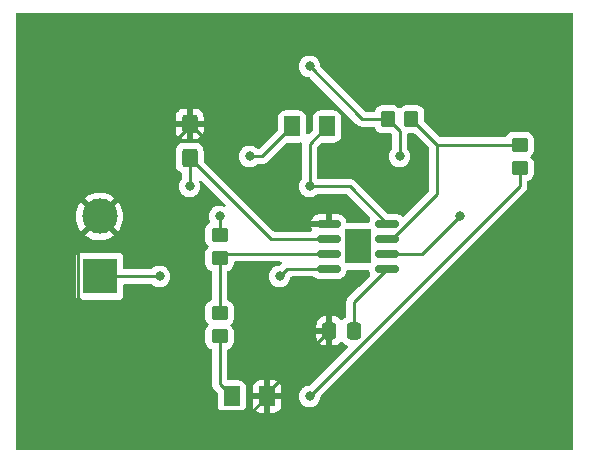
<source format=gbr>
%TF.GenerationSoftware,KiCad,Pcbnew,(6.0.10)*%
%TF.CreationDate,2023-02-17T12:01:16-08:00*%
%TF.ProjectId,lab5exercise2,6c616235-6578-4657-9263-697365322e6b,rev?*%
%TF.SameCoordinates,Original*%
%TF.FileFunction,Copper,L1,Top*%
%TF.FilePolarity,Positive*%
%FSLAX46Y46*%
G04 Gerber Fmt 4.6, Leading zero omitted, Abs format (unit mm)*
G04 Created by KiCad (PCBNEW (6.0.10)) date 2023-02-17 12:01:16*
%MOMM*%
%LPD*%
G01*
G04 APERTURE LIST*
G04 Aperture macros list*
%AMRoundRect*
0 Rectangle with rounded corners*
0 $1 Rounding radius*
0 $2 $3 $4 $5 $6 $7 $8 $9 X,Y pos of 4 corners*
0 Add a 4 corners polygon primitive as box body*
4,1,4,$2,$3,$4,$5,$6,$7,$8,$9,$2,$3,0*
0 Add four circle primitives for the rounded corners*
1,1,$1+$1,$2,$3*
1,1,$1+$1,$4,$5*
1,1,$1+$1,$6,$7*
1,1,$1+$1,$8,$9*
0 Add four rect primitives between the rounded corners*
20,1,$1+$1,$2,$3,$4,$5,0*
20,1,$1+$1,$4,$5,$6,$7,0*
20,1,$1+$1,$6,$7,$8,$9,0*
20,1,$1+$1,$8,$9,$2,$3,0*%
G04 Aperture macros list end*
%TA.AperFunction,SMDPad,CuDef*%
%ADD10RoundRect,0.250001X0.462499X0.624999X-0.462499X0.624999X-0.462499X-0.624999X0.462499X-0.624999X0*%
%TD*%
%TA.AperFunction,SMDPad,CuDef*%
%ADD11RoundRect,0.250000X-0.450000X0.350000X-0.450000X-0.350000X0.450000X-0.350000X0.450000X0.350000X0*%
%TD*%
%TA.AperFunction,SMDPad,CuDef*%
%ADD12RoundRect,0.250000X0.450000X-0.350000X0.450000X0.350000X-0.450000X0.350000X-0.450000X-0.350000X0*%
%TD*%
%TA.AperFunction,SMDPad,CuDef*%
%ADD13RoundRect,0.150000X-0.825000X-0.150000X0.825000X-0.150000X0.825000X0.150000X-0.825000X0.150000X0*%
%TD*%
%TA.AperFunction,SMDPad,CuDef*%
%ADD14R,2.290000X3.000000*%
%TD*%
%TA.AperFunction,SMDPad,CuDef*%
%ADD15RoundRect,0.250000X0.350000X0.450000X-0.350000X0.450000X-0.350000X-0.450000X0.350000X-0.450000X0*%
%TD*%
%TA.AperFunction,SMDPad,CuDef*%
%ADD16RoundRect,0.250000X0.425000X-0.537500X0.425000X0.537500X-0.425000X0.537500X-0.425000X-0.537500X0*%
%TD*%
%TA.AperFunction,SMDPad,CuDef*%
%ADD17RoundRect,0.250001X-0.462499X-0.624999X0.462499X-0.624999X0.462499X0.624999X-0.462499X0.624999X0*%
%TD*%
%TA.AperFunction,SMDPad,CuDef*%
%ADD18RoundRect,0.250000X0.337500X0.475000X-0.337500X0.475000X-0.337500X-0.475000X0.337500X-0.475000X0*%
%TD*%
%TA.AperFunction,ComponentPad*%
%ADD19R,3.000000X3.000000*%
%TD*%
%TA.AperFunction,ComponentPad*%
%ADD20C,3.000000*%
%TD*%
%TA.AperFunction,ViaPad*%
%ADD21C,0.800000*%
%TD*%
%TA.AperFunction,Conductor*%
%ADD22C,0.250000*%
%TD*%
G04 APERTURE END LIST*
D10*
%TO.P,D2,1,K*%
%TO.N,GND*%
X143727500Y-106680000D03*
%TO.P,D2,2,A*%
%TO.N,Net-(D2-Pad2)*%
X140752500Y-106680000D03*
%TD*%
D11*
%TO.P,R3,1*%
%TO.N,Net-(D1-Pad1)*%
X139700000Y-92980000D03*
%TO.P,R3,2*%
%TO.N,/pin_3*%
X139700000Y-94980000D03*
%TD*%
D12*
%TO.P,R1,1*%
%TO.N,+9V*%
X165100000Y-87360000D03*
%TO.P,R1,2*%
%TO.N,/pin_7*%
X165100000Y-85360000D03*
%TD*%
D13*
%TO.P,U1,1,GND*%
%TO.N,GND*%
X148937500Y-92075000D03*
%TO.P,U1,2,TR*%
%TO.N,/pin_2*%
X148937500Y-93345000D03*
%TO.P,U1,3,Q*%
%TO.N,/pin_3*%
X148937500Y-94615000D03*
%TO.P,U1,4,R*%
%TO.N,+9V*%
X148937500Y-95885000D03*
%TO.P,U1,5,CV*%
%TO.N,Net-(C2-Pad1)*%
X153887500Y-95885000D03*
%TO.P,U1,6,THR*%
%TO.N,/pin_2*%
X153887500Y-94615000D03*
%TO.P,U1,7,DIS*%
%TO.N,/pin_7*%
X153887500Y-93345000D03*
%TO.P,U1,8,VCC*%
%TO.N,+9V*%
X153887500Y-92075000D03*
D14*
%TO.P,U1,9*%
%TO.N,N/C*%
X151412500Y-93980000D03*
%TD*%
D15*
%TO.P,R2,1*%
%TO.N,/pin_7*%
X155940000Y-83195000D03*
%TO.P,R2,2*%
%TO.N,/pin_2*%
X153940000Y-83195000D03*
%TD*%
D16*
%TO.P,C1,1*%
%TO.N,/pin_2*%
X137165000Y-86475000D03*
%TO.P,C1,2*%
%TO.N,GND*%
X137165000Y-83600000D03*
%TD*%
D17*
%TO.P,D1,1,K*%
%TO.N,Net-(D1-Pad1)*%
X145832500Y-83820000D03*
%TO.P,D1,2,A*%
%TO.N,+9V*%
X148807500Y-83820000D03*
%TD*%
D11*
%TO.P,R4,1*%
%TO.N,/pin_3*%
X139700000Y-99600000D03*
%TO.P,R4,2*%
%TO.N,Net-(D2-Pad2)*%
X139700000Y-101600000D03*
%TD*%
D18*
%TO.P,C2,1*%
%TO.N,Net-(C2-Pad1)*%
X151077500Y-101122504D03*
%TO.P,C2,2*%
%TO.N,GND*%
X149002500Y-101122504D03*
%TD*%
D19*
%TO.P,J1,1,Pin_1*%
%TO.N,+9V*%
X129540000Y-96520000D03*
D20*
%TO.P,J1,2,Pin_2*%
%TO.N,GND*%
X129540000Y-91440000D03*
%TD*%
D21*
%TO.N,/pin_2*%
X147320000Y-78740000D03*
X154940000Y-86360000D03*
X160020000Y-91440000D03*
X137160000Y-88900000D03*
%TO.N,Net-(D1-Pad1)*%
X142240000Y-86360000D03*
X139700000Y-91440000D03*
%TO.N,+9V*%
X147320000Y-106680000D03*
X147320000Y-88900000D03*
X134620000Y-96520000D03*
X144780000Y-96520000D03*
%TD*%
D22*
%TO.N,/pin_2*%
X151775000Y-83195000D02*
X147320000Y-78740000D01*
X156845000Y-94615000D02*
X160020000Y-91440000D01*
X144035000Y-93345000D02*
X137165000Y-86475000D01*
X153940000Y-83195000D02*
X154940000Y-84195000D01*
X153887500Y-94615000D02*
X156845000Y-94615000D01*
X137160000Y-86480000D02*
X137160000Y-88900000D01*
X137165000Y-86475000D02*
X137160000Y-86480000D01*
X148937500Y-93345000D02*
X144035000Y-93345000D01*
X154940000Y-84195000D02*
X154940000Y-86360000D01*
X153940000Y-83195000D02*
X151775000Y-83195000D01*
%TO.N,GND*%
X143727500Y-106680000D02*
X143727500Y-106397504D01*
X137165000Y-83815000D02*
X129540000Y-91440000D01*
X143727500Y-106397504D02*
X149002500Y-101122504D01*
X127715000Y-93265000D02*
X129540000Y-91440000D01*
X148937500Y-92075000D02*
X145640000Y-92075000D01*
X145640000Y-92075000D02*
X137165000Y-83600000D01*
X127715000Y-98345000D02*
X127715000Y-93265000D01*
X137165000Y-83600000D02*
X137165000Y-83815000D01*
X142527500Y-107880000D02*
X137250000Y-107880000D01*
X143727500Y-106680000D02*
X142527500Y-107880000D01*
X137250000Y-107880000D02*
X127715000Y-98345000D01*
%TO.N,Net-(C2-Pad1)*%
X151077500Y-101122504D02*
X151077500Y-98695000D01*
X151077500Y-98695000D02*
X153887500Y-95885000D01*
%TO.N,Net-(D1-Pad1)*%
X139700000Y-92980000D02*
X139700000Y-91440000D01*
X143292500Y-86360000D02*
X142240000Y-86360000D01*
X145832500Y-83820000D02*
X143292500Y-86360000D01*
%TO.N,+9V*%
X165100000Y-87360000D02*
X165100000Y-88900000D01*
X150712500Y-88900000D02*
X147320000Y-88900000D01*
X145415000Y-95885000D02*
X144780000Y-96520000D01*
X148937500Y-95885000D02*
X145415000Y-95885000D01*
X134620000Y-96520000D02*
X129540000Y-96520000D01*
X148807500Y-83820000D02*
X147320000Y-85307500D01*
X153887500Y-92075000D02*
X150712500Y-88900000D01*
X147320000Y-85307500D02*
X147320000Y-88900000D01*
X165100000Y-88900000D02*
X147320000Y-106680000D01*
%TO.N,Net-(D2-Pad2)*%
X140752500Y-106680000D02*
X139700000Y-105627500D01*
X139700000Y-105627500D02*
X139700000Y-101600000D01*
%TO.N,/pin_7*%
X158105000Y-85360000D02*
X158105000Y-89504251D01*
X158105000Y-85360000D02*
X155940000Y-83195000D01*
X165100000Y-85360000D02*
X158105000Y-85360000D01*
X158105000Y-89504251D02*
X154264251Y-93345000D01*
X154264251Y-93345000D02*
X153887500Y-93345000D01*
%TO.N,/pin_3*%
X139700000Y-99600000D02*
X139700000Y-94980000D01*
X140065000Y-94615000D02*
X148937500Y-94615000D01*
X139700000Y-94980000D02*
X140065000Y-94615000D01*
%TD*%
%TA.AperFunction,Conductor*%
%TO.N,GND*%
G36*
X169613621Y-74188502D02*
G01*
X169660114Y-74242158D01*
X169671500Y-74294500D01*
X169671500Y-111125500D01*
X169651498Y-111193621D01*
X169597842Y-111240114D01*
X169545500Y-111251500D01*
X122554500Y-111251500D01*
X122486379Y-111231498D01*
X122439886Y-111177842D01*
X122428500Y-111125500D01*
X122428500Y-98068134D01*
X127531500Y-98068134D01*
X127538255Y-98130316D01*
X127589385Y-98266705D01*
X127676739Y-98383261D01*
X127793295Y-98470615D01*
X127929684Y-98521745D01*
X127991866Y-98528500D01*
X131088134Y-98528500D01*
X131150316Y-98521745D01*
X131286705Y-98470615D01*
X131403261Y-98383261D01*
X131490615Y-98266705D01*
X131541745Y-98130316D01*
X131548500Y-98068134D01*
X131548500Y-97279500D01*
X131568502Y-97211379D01*
X131622158Y-97164886D01*
X131674500Y-97153500D01*
X133911800Y-97153500D01*
X133979921Y-97173502D01*
X133999147Y-97189843D01*
X133999420Y-97189540D01*
X134004332Y-97193963D01*
X134008747Y-97198866D01*
X134163248Y-97311118D01*
X134169276Y-97313802D01*
X134169278Y-97313803D01*
X134331681Y-97386109D01*
X134337712Y-97388794D01*
X134431112Y-97408647D01*
X134518056Y-97427128D01*
X134518061Y-97427128D01*
X134524513Y-97428500D01*
X134715487Y-97428500D01*
X134721939Y-97427128D01*
X134721944Y-97427128D01*
X134808888Y-97408647D01*
X134902288Y-97388794D01*
X134908319Y-97386109D01*
X135070722Y-97313803D01*
X135070724Y-97313802D01*
X135076752Y-97311118D01*
X135231253Y-97198866D01*
X135359040Y-97056944D01*
X135454527Y-96891556D01*
X135513542Y-96709928D01*
X135515525Y-96691067D01*
X135532814Y-96526565D01*
X135533504Y-96520000D01*
X135513542Y-96330072D01*
X135454527Y-96148444D01*
X135426000Y-96099033D01*
X135415065Y-96080094D01*
X135359040Y-95983056D01*
X135310643Y-95929305D01*
X135235675Y-95846045D01*
X135235674Y-95846044D01*
X135231253Y-95841134D01*
X135076752Y-95728882D01*
X135070724Y-95726198D01*
X135070722Y-95726197D01*
X134908319Y-95653891D01*
X134908318Y-95653891D01*
X134902288Y-95651206D01*
X134778962Y-95624992D01*
X134721944Y-95612872D01*
X134721939Y-95612872D01*
X134715487Y-95611500D01*
X134524513Y-95611500D01*
X134518061Y-95612872D01*
X134518056Y-95612872D01*
X134461038Y-95624992D01*
X134337712Y-95651206D01*
X134331682Y-95653891D01*
X134331681Y-95653891D01*
X134169278Y-95726197D01*
X134169276Y-95726198D01*
X134163248Y-95728882D01*
X134008747Y-95841134D01*
X134004332Y-95846037D01*
X133999420Y-95850460D01*
X133998295Y-95849211D01*
X133944986Y-95882051D01*
X133911800Y-95886500D01*
X131674500Y-95886500D01*
X131606379Y-95866498D01*
X131559886Y-95812842D01*
X131548500Y-95760500D01*
X131548500Y-94971866D01*
X131541745Y-94909684D01*
X131490615Y-94773295D01*
X131403261Y-94656739D01*
X131286705Y-94569385D01*
X131150316Y-94518255D01*
X131088134Y-94511500D01*
X127991866Y-94511500D01*
X127929684Y-94518255D01*
X127793295Y-94569385D01*
X127676739Y-94656739D01*
X127589385Y-94773295D01*
X127538255Y-94909684D01*
X127531500Y-94971866D01*
X127531500Y-98068134D01*
X122428500Y-98068134D01*
X122428500Y-93029654D01*
X128315618Y-93029654D01*
X128322673Y-93039627D01*
X128353679Y-93065551D01*
X128360598Y-93070579D01*
X128585272Y-93211515D01*
X128592807Y-93215556D01*
X128834520Y-93324694D01*
X128842551Y-93327680D01*
X129096832Y-93403002D01*
X129105184Y-93404869D01*
X129367340Y-93444984D01*
X129375874Y-93445700D01*
X129641045Y-93449867D01*
X129649596Y-93449418D01*
X129912883Y-93417557D01*
X129921284Y-93415955D01*
X130177824Y-93348653D01*
X130185926Y-93345926D01*
X130430949Y-93244434D01*
X130438617Y-93240628D01*
X130667598Y-93106822D01*
X130674679Y-93102009D01*
X130754655Y-93039301D01*
X130763125Y-93027442D01*
X130756608Y-93015818D01*
X129552812Y-91812022D01*
X129538868Y-91804408D01*
X129537035Y-91804539D01*
X129530420Y-91808790D01*
X128322910Y-93016300D01*
X128315618Y-93029654D01*
X122428500Y-93029654D01*
X122428500Y-91423204D01*
X127527665Y-91423204D01*
X127542932Y-91687969D01*
X127544005Y-91696470D01*
X127595065Y-91956722D01*
X127597276Y-91964974D01*
X127683184Y-92215894D01*
X127686499Y-92223779D01*
X127805664Y-92460713D01*
X127810020Y-92468079D01*
X127939347Y-92656250D01*
X127949601Y-92664594D01*
X127963342Y-92657448D01*
X129167978Y-91452812D01*
X129174356Y-91441132D01*
X129904408Y-91441132D01*
X129904539Y-91442965D01*
X129908790Y-91449580D01*
X131115730Y-92656520D01*
X131127939Y-92663187D01*
X131139439Y-92654497D01*
X131236831Y-92521913D01*
X131241418Y-92514685D01*
X131367962Y-92281621D01*
X131371530Y-92273827D01*
X131465271Y-92025750D01*
X131467748Y-92017544D01*
X131526954Y-91759038D01*
X131528294Y-91750577D01*
X131552031Y-91484616D01*
X131552277Y-91479677D01*
X131552666Y-91442485D01*
X131552523Y-91437519D01*
X131534362Y-91171123D01*
X131533201Y-91162649D01*
X131479419Y-90902944D01*
X131477120Y-90894709D01*
X131388588Y-90644705D01*
X131385191Y-90636854D01*
X131263550Y-90401178D01*
X131259122Y-90393866D01*
X131140031Y-90224417D01*
X131129509Y-90216037D01*
X131116121Y-90223089D01*
X129912022Y-91427188D01*
X129904408Y-91441132D01*
X129174356Y-91441132D01*
X129175592Y-91438868D01*
X129175461Y-91437035D01*
X129171210Y-91430420D01*
X127963814Y-90223024D01*
X127951804Y-90216466D01*
X127940064Y-90225434D01*
X127831935Y-90375911D01*
X127827418Y-90383196D01*
X127703325Y-90617567D01*
X127699839Y-90625395D01*
X127608700Y-90874446D01*
X127606311Y-90882670D01*
X127549812Y-91141795D01*
X127548563Y-91150250D01*
X127527754Y-91414653D01*
X127527665Y-91423204D01*
X122428500Y-91423204D01*
X122428500Y-89852500D01*
X128316584Y-89852500D01*
X128322980Y-89863770D01*
X129527188Y-91067978D01*
X129541132Y-91075592D01*
X129542965Y-91075461D01*
X129549580Y-91071210D01*
X130756604Y-89864186D01*
X130763795Y-89851017D01*
X130756473Y-89840780D01*
X130709233Y-89802115D01*
X130702261Y-89797160D01*
X130476122Y-89658582D01*
X130468552Y-89654624D01*
X130225704Y-89548022D01*
X130217644Y-89545120D01*
X129962592Y-89472467D01*
X129954214Y-89470685D01*
X129691656Y-89433318D01*
X129683111Y-89432691D01*
X129417908Y-89431302D01*
X129409374Y-89431839D01*
X129146433Y-89466456D01*
X129138035Y-89468149D01*
X128882238Y-89538127D01*
X128874143Y-89540946D01*
X128630199Y-89644997D01*
X128622577Y-89648881D01*
X128395013Y-89785075D01*
X128387981Y-89789962D01*
X128325053Y-89840377D01*
X128316584Y-89852500D01*
X122428500Y-89852500D01*
X122428500Y-87062900D01*
X135981500Y-87062900D01*
X135981837Y-87066146D01*
X135981837Y-87066150D01*
X135990932Y-87153803D01*
X135992474Y-87168666D01*
X135994655Y-87175202D01*
X135994655Y-87175204D01*
X136012534Y-87228794D01*
X136048450Y-87336446D01*
X136141522Y-87486848D01*
X136266697Y-87611805D01*
X136417262Y-87704615D01*
X136424210Y-87706919D01*
X136424211Y-87706920D01*
X136440166Y-87712212D01*
X136498526Y-87752642D01*
X136525764Y-87818206D01*
X136526500Y-87831805D01*
X136526500Y-88197476D01*
X136506498Y-88265597D01*
X136494142Y-88281779D01*
X136420960Y-88363056D01*
X136325473Y-88528444D01*
X136266458Y-88710072D01*
X136246496Y-88900000D01*
X136247186Y-88906565D01*
X136265220Y-89078145D01*
X136266458Y-89089928D01*
X136325473Y-89271556D01*
X136420960Y-89436944D01*
X136548747Y-89578866D01*
X136566772Y-89591962D01*
X136653019Y-89654624D01*
X136703248Y-89691118D01*
X136709276Y-89693802D01*
X136709278Y-89693803D01*
X136871681Y-89766109D01*
X136877712Y-89768794D01*
X136954308Y-89785075D01*
X137058056Y-89807128D01*
X137058061Y-89807128D01*
X137064513Y-89808500D01*
X137255487Y-89808500D01*
X137261939Y-89807128D01*
X137261944Y-89807128D01*
X137365692Y-89785075D01*
X137442288Y-89768794D01*
X137448319Y-89766109D01*
X137610722Y-89693803D01*
X137610724Y-89693802D01*
X137616752Y-89691118D01*
X137666982Y-89654624D01*
X137753228Y-89591962D01*
X137771253Y-89578866D01*
X137899040Y-89436944D01*
X137994527Y-89271556D01*
X138053542Y-89089928D01*
X138054781Y-89078145D01*
X138072814Y-88906565D01*
X138073504Y-88900000D01*
X138053542Y-88710072D01*
X137998833Y-88541696D01*
X137996805Y-88470729D01*
X138033468Y-88409931D01*
X138097180Y-88378605D01*
X138167714Y-88386698D01*
X138207761Y-88413665D01*
X140191972Y-90397876D01*
X140225998Y-90460188D01*
X140220933Y-90531003D01*
X140178386Y-90587839D01*
X140111866Y-90612650D01*
X140051628Y-90602078D01*
X139988319Y-90573891D01*
X139988318Y-90573891D01*
X139982288Y-90571206D01*
X139888887Y-90551353D01*
X139801944Y-90532872D01*
X139801939Y-90532872D01*
X139795487Y-90531500D01*
X139604513Y-90531500D01*
X139598061Y-90532872D01*
X139598056Y-90532872D01*
X139511113Y-90551353D01*
X139417712Y-90571206D01*
X139411682Y-90573891D01*
X139411681Y-90573891D01*
X139249278Y-90646197D01*
X139249276Y-90646198D01*
X139243248Y-90648882D01*
X139088747Y-90761134D01*
X139084326Y-90766044D01*
X139084325Y-90766045D01*
X138968476Y-90894709D01*
X138960960Y-90903056D01*
X138865473Y-91068444D01*
X138806458Y-91250072D01*
X138805768Y-91256633D01*
X138805768Y-91256635D01*
X138804062Y-91272865D01*
X138786496Y-91440000D01*
X138806458Y-91629928D01*
X138865473Y-91811556D01*
X138874292Y-91826832D01*
X138891031Y-91895825D01*
X138867812Y-91962917D01*
X138831479Y-91996975D01*
X138775652Y-92031522D01*
X138650695Y-92156697D01*
X138646855Y-92162927D01*
X138646854Y-92162928D01*
X138572628Y-92283345D01*
X138557885Y-92307262D01*
X138544662Y-92347128D01*
X138504545Y-92468079D01*
X138502203Y-92475139D01*
X138491500Y-92579600D01*
X138491500Y-93380400D01*
X138491837Y-93383646D01*
X138491837Y-93383650D01*
X138498708Y-93449867D01*
X138502474Y-93486166D01*
X138504655Y-93492702D01*
X138504655Y-93492704D01*
X138537924Y-93592421D01*
X138558450Y-93653946D01*
X138651522Y-93804348D01*
X138656704Y-93809521D01*
X138738109Y-93890784D01*
X138772188Y-93953066D01*
X138767185Y-94023886D01*
X138738264Y-94068975D01*
X138650695Y-94156697D01*
X138557885Y-94307262D01*
X138502203Y-94475139D01*
X138491500Y-94579600D01*
X138491500Y-95380400D01*
X138491837Y-95383646D01*
X138491837Y-95383650D01*
X138501732Y-95479012D01*
X138502474Y-95486166D01*
X138558450Y-95653946D01*
X138651522Y-95804348D01*
X138776697Y-95929305D01*
X138782927Y-95933145D01*
X138782928Y-95933146D01*
X138905178Y-96008502D01*
X138927262Y-96022115D01*
X138975977Y-96038273D01*
X138980168Y-96039663D01*
X139038527Y-96080094D01*
X139065764Y-96145658D01*
X139066500Y-96159256D01*
X139066500Y-98420803D01*
X139046498Y-98488924D01*
X138992842Y-98535417D01*
X138980377Y-98540326D01*
X138932998Y-98556133D01*
X138932996Y-98556134D01*
X138926054Y-98558450D01*
X138775652Y-98651522D01*
X138650695Y-98776697D01*
X138557885Y-98927262D01*
X138502203Y-99095139D01*
X138491500Y-99199600D01*
X138491500Y-100000400D01*
X138502474Y-100106166D01*
X138504655Y-100112702D01*
X138504655Y-100112704D01*
X138527355Y-100180744D01*
X138558450Y-100273946D01*
X138651522Y-100424348D01*
X138712080Y-100484800D01*
X138738109Y-100510784D01*
X138772188Y-100573066D01*
X138767185Y-100643886D01*
X138738264Y-100688975D01*
X138725348Y-100701914D01*
X138650695Y-100776697D01*
X138646855Y-100782927D01*
X138646854Y-100782928D01*
X138596863Y-100864029D01*
X138557885Y-100927262D01*
X138502203Y-101095139D01*
X138491500Y-101199600D01*
X138491500Y-102000400D01*
X138491837Y-102003646D01*
X138491837Y-102003650D01*
X138498914Y-102071852D01*
X138502474Y-102106166D01*
X138558450Y-102273946D01*
X138651522Y-102424348D01*
X138776697Y-102549305D01*
X138927262Y-102642115D01*
X138980168Y-102659663D01*
X139038527Y-102700094D01*
X139065764Y-102765658D01*
X139066500Y-102779256D01*
X139066500Y-105548733D01*
X139065973Y-105559916D01*
X139064298Y-105567409D01*
X139064547Y-105575335D01*
X139064547Y-105575336D01*
X139066438Y-105635486D01*
X139066500Y-105639445D01*
X139066500Y-105667356D01*
X139066997Y-105671290D01*
X139066997Y-105671291D01*
X139067005Y-105671356D01*
X139067938Y-105683193D01*
X139069327Y-105727389D01*
X139074978Y-105746839D01*
X139078987Y-105766200D01*
X139081526Y-105786297D01*
X139084445Y-105793668D01*
X139084445Y-105793670D01*
X139097804Y-105827412D01*
X139101649Y-105838642D01*
X139113982Y-105881093D01*
X139118015Y-105887912D01*
X139118017Y-105887917D01*
X139124293Y-105898528D01*
X139132988Y-105916276D01*
X139140448Y-105935117D01*
X139145110Y-105941533D01*
X139145110Y-105941534D01*
X139166436Y-105970887D01*
X139172952Y-105980807D01*
X139188955Y-106007866D01*
X139195458Y-106018862D01*
X139209779Y-106033183D01*
X139222619Y-106048216D01*
X139234528Y-106064607D01*
X139240634Y-106069658D01*
X139268605Y-106092798D01*
X139277384Y-106100788D01*
X139494595Y-106317999D01*
X139528621Y-106380311D01*
X139531500Y-106407094D01*
X139531500Y-107355400D01*
X139531837Y-107358646D01*
X139531837Y-107358650D01*
X139541752Y-107454203D01*
X139542474Y-107461165D01*
X139544655Y-107467701D01*
X139544655Y-107467703D01*
X139546690Y-107473803D01*
X139598450Y-107628945D01*
X139691522Y-107779348D01*
X139816697Y-107904305D01*
X139822927Y-107908145D01*
X139822928Y-107908146D01*
X139960090Y-107992694D01*
X139967262Y-107997115D01*
X140047005Y-108023564D01*
X140128611Y-108050632D01*
X140128613Y-108050632D01*
X140135139Y-108052797D01*
X140141975Y-108053497D01*
X140141978Y-108053498D01*
X140185031Y-108057909D01*
X140239600Y-108063500D01*
X141265400Y-108063500D01*
X141268646Y-108063163D01*
X141268650Y-108063163D01*
X141364307Y-108053238D01*
X141364311Y-108053237D01*
X141371165Y-108052526D01*
X141377701Y-108050345D01*
X141377703Y-108050345D01*
X141509805Y-108006272D01*
X141538945Y-107996550D01*
X141689348Y-107903478D01*
X141814305Y-107778303D01*
X141907115Y-107627738D01*
X141960196Y-107467703D01*
X141960632Y-107466389D01*
X141960632Y-107466387D01*
X141962797Y-107459861D01*
X141963509Y-107452919D01*
X141973172Y-107358598D01*
X141973500Y-107355400D01*
X141973500Y-107352096D01*
X142507000Y-107352096D01*
X142507337Y-107358611D01*
X142517256Y-107454203D01*
X142520150Y-107467602D01*
X142571588Y-107621783D01*
X142577762Y-107634962D01*
X142663063Y-107772807D01*
X142672099Y-107784208D01*
X142786830Y-107898739D01*
X142798241Y-107907751D01*
X142936245Y-107992818D01*
X142949423Y-107998962D01*
X143103716Y-108050139D01*
X143117081Y-108053005D01*
X143211439Y-108062672D01*
X143217855Y-108063000D01*
X143455385Y-108063000D01*
X143470624Y-108058525D01*
X143471829Y-108057135D01*
X143473500Y-108049452D01*
X143473500Y-108044885D01*
X143981500Y-108044885D01*
X143985975Y-108060124D01*
X143987365Y-108061329D01*
X143995048Y-108063000D01*
X144237096Y-108063000D01*
X144243611Y-108062663D01*
X144339203Y-108052744D01*
X144352602Y-108049850D01*
X144506783Y-107998412D01*
X144519962Y-107992238D01*
X144657807Y-107906937D01*
X144669208Y-107897901D01*
X144783739Y-107783170D01*
X144792751Y-107771759D01*
X144877818Y-107633755D01*
X144883962Y-107620577D01*
X144935139Y-107466284D01*
X144938005Y-107452919D01*
X144947672Y-107358561D01*
X144948000Y-107352145D01*
X144948000Y-106952115D01*
X144943525Y-106936876D01*
X144942135Y-106935671D01*
X144934452Y-106934000D01*
X143999615Y-106934000D01*
X143984376Y-106938475D01*
X143983171Y-106939865D01*
X143981500Y-106947548D01*
X143981500Y-108044885D01*
X143473500Y-108044885D01*
X143473500Y-106952115D01*
X143469025Y-106936876D01*
X143467635Y-106935671D01*
X143459952Y-106934000D01*
X142525115Y-106934000D01*
X142509876Y-106938475D01*
X142508671Y-106939865D01*
X142507000Y-106947548D01*
X142507000Y-107352096D01*
X141973500Y-107352096D01*
X141973500Y-106407885D01*
X142507000Y-106407885D01*
X142511475Y-106423124D01*
X142512865Y-106424329D01*
X142520548Y-106426000D01*
X143455385Y-106426000D01*
X143470624Y-106421525D01*
X143471829Y-106420135D01*
X143473500Y-106412452D01*
X143473500Y-106407885D01*
X143981500Y-106407885D01*
X143985975Y-106423124D01*
X143987365Y-106424329D01*
X143995048Y-106426000D01*
X144929885Y-106426000D01*
X144945124Y-106421525D01*
X144946329Y-106420135D01*
X144948000Y-106412452D01*
X144948000Y-106007904D01*
X144947663Y-106001389D01*
X144937744Y-105905797D01*
X144934850Y-105892398D01*
X144883412Y-105738217D01*
X144877238Y-105725038D01*
X144791937Y-105587193D01*
X144782901Y-105575792D01*
X144668170Y-105461261D01*
X144656759Y-105452249D01*
X144518755Y-105367182D01*
X144505577Y-105361038D01*
X144351284Y-105309861D01*
X144337919Y-105306995D01*
X144243561Y-105297328D01*
X144237144Y-105297000D01*
X143999615Y-105297000D01*
X143984376Y-105301475D01*
X143983171Y-105302865D01*
X143981500Y-105310548D01*
X143981500Y-106407885D01*
X143473500Y-106407885D01*
X143473500Y-105315115D01*
X143469025Y-105299876D01*
X143467635Y-105298671D01*
X143459952Y-105297000D01*
X143217904Y-105297000D01*
X143211389Y-105297337D01*
X143115797Y-105307256D01*
X143102398Y-105310150D01*
X142948217Y-105361588D01*
X142935038Y-105367762D01*
X142797193Y-105453063D01*
X142785792Y-105462099D01*
X142671261Y-105576830D01*
X142662249Y-105588241D01*
X142577182Y-105726245D01*
X142571038Y-105739423D01*
X142519861Y-105893716D01*
X142516995Y-105907081D01*
X142507328Y-106001439D01*
X142507000Y-106007856D01*
X142507000Y-106407885D01*
X141973500Y-106407885D01*
X141973500Y-106004600D01*
X141973163Y-106001350D01*
X141963238Y-105905693D01*
X141963237Y-105905689D01*
X141962526Y-105898835D01*
X141959206Y-105888882D01*
X141908868Y-105738003D01*
X141906550Y-105731055D01*
X141813478Y-105580652D01*
X141688303Y-105455695D01*
X141537738Y-105362885D01*
X141457995Y-105336436D01*
X141376389Y-105309368D01*
X141376387Y-105309368D01*
X141369861Y-105307203D01*
X141363025Y-105306503D01*
X141363022Y-105306502D01*
X141319969Y-105302091D01*
X141265400Y-105296500D01*
X140459500Y-105296500D01*
X140391379Y-105276498D01*
X140344886Y-105222842D01*
X140333500Y-105170500D01*
X140333500Y-102779197D01*
X140353502Y-102711076D01*
X140407158Y-102664583D01*
X140419623Y-102659674D01*
X140467002Y-102643867D01*
X140467004Y-102643866D01*
X140473946Y-102641550D01*
X140624348Y-102548478D01*
X140749305Y-102423303D01*
X140791299Y-102355176D01*
X140838275Y-102278968D01*
X140838276Y-102278966D01*
X140842115Y-102272738D01*
X140897797Y-102104861D01*
X140908500Y-102000400D01*
X140908500Y-101644599D01*
X147907001Y-101644599D01*
X147907338Y-101651118D01*
X147917257Y-101746710D01*
X147920149Y-101760104D01*
X147971588Y-101914288D01*
X147977761Y-101927466D01*
X148063063Y-102065311D01*
X148072099Y-102076712D01*
X148186829Y-102191243D01*
X148198240Y-102200255D01*
X148336243Y-102285320D01*
X148349424Y-102291467D01*
X148503710Y-102342642D01*
X148517086Y-102345509D01*
X148611438Y-102355176D01*
X148617854Y-102355504D01*
X148730385Y-102355504D01*
X148745624Y-102351029D01*
X148746829Y-102349639D01*
X148748500Y-102341956D01*
X148748500Y-101394619D01*
X148744025Y-101379380D01*
X148742635Y-101378175D01*
X148734952Y-101376504D01*
X147925116Y-101376504D01*
X147909877Y-101380979D01*
X147908672Y-101382369D01*
X147907001Y-101390052D01*
X147907001Y-101644599D01*
X140908500Y-101644599D01*
X140908500Y-101199600D01*
X140897526Y-101093834D01*
X140841550Y-100926054D01*
X140794727Y-100850389D01*
X147907000Y-100850389D01*
X147911475Y-100865628D01*
X147912865Y-100866833D01*
X147920548Y-100868504D01*
X148730385Y-100868504D01*
X148745624Y-100864029D01*
X148746829Y-100862639D01*
X148748500Y-100854956D01*
X148748500Y-99907620D01*
X148744025Y-99892381D01*
X148742635Y-99891176D01*
X148734952Y-99889505D01*
X148617905Y-99889505D01*
X148611386Y-99889842D01*
X148515794Y-99899761D01*
X148502400Y-99902653D01*
X148348216Y-99954092D01*
X148335038Y-99960265D01*
X148197193Y-100045567D01*
X148185792Y-100054603D01*
X148071261Y-100169333D01*
X148062249Y-100180744D01*
X147977184Y-100318747D01*
X147971037Y-100331928D01*
X147919862Y-100486214D01*
X147916995Y-100499590D01*
X147907328Y-100593942D01*
X147907000Y-100600359D01*
X147907000Y-100850389D01*
X140794727Y-100850389D01*
X140748478Y-100775652D01*
X140661891Y-100689216D01*
X140627812Y-100626934D01*
X140632815Y-100556114D01*
X140661736Y-100511025D01*
X140744134Y-100428483D01*
X140749305Y-100423303D01*
X140806506Y-100330506D01*
X140838275Y-100278968D01*
X140838276Y-100278966D01*
X140842115Y-100272738D01*
X140876756Y-100168297D01*
X140895632Y-100111389D01*
X140895632Y-100111387D01*
X140897797Y-100104861D01*
X140908500Y-100000400D01*
X140908500Y-99199600D01*
X140897526Y-99093834D01*
X140841550Y-98926054D01*
X140748478Y-98775652D01*
X140623303Y-98650695D01*
X140617072Y-98646854D01*
X140478968Y-98561725D01*
X140478966Y-98561724D01*
X140472738Y-98557885D01*
X140419832Y-98540337D01*
X140361473Y-98499906D01*
X140334236Y-98434342D01*
X140333500Y-98420744D01*
X140333500Y-96159197D01*
X140353502Y-96091076D01*
X140407158Y-96044583D01*
X140419623Y-96039674D01*
X140467002Y-96023867D01*
X140467004Y-96023866D01*
X140473946Y-96021550D01*
X140624348Y-95928478D01*
X140749305Y-95803303D01*
X140830878Y-95670968D01*
X140838275Y-95658968D01*
X140838276Y-95658966D01*
X140842115Y-95652738D01*
X140897797Y-95484861D01*
X140899177Y-95471399D01*
X140908172Y-95383598D01*
X140908500Y-95380400D01*
X140908500Y-95374500D01*
X140928502Y-95306379D01*
X140982158Y-95259886D01*
X141034500Y-95248500D01*
X144851406Y-95248500D01*
X144919527Y-95268502D01*
X144966020Y-95322158D01*
X144976124Y-95392432D01*
X144946630Y-95457012D01*
X144940501Y-95463595D01*
X144829501Y-95574595D01*
X144767189Y-95608621D01*
X144740406Y-95611500D01*
X144684513Y-95611500D01*
X144678061Y-95612872D01*
X144678056Y-95612872D01*
X144621038Y-95624992D01*
X144497712Y-95651206D01*
X144491682Y-95653891D01*
X144491681Y-95653891D01*
X144329278Y-95726197D01*
X144329276Y-95726198D01*
X144323248Y-95728882D01*
X144168747Y-95841134D01*
X144164326Y-95846044D01*
X144164325Y-95846045D01*
X144089358Y-95929305D01*
X144040960Y-95983056D01*
X143984935Y-96080094D01*
X143974001Y-96099033D01*
X143945473Y-96148444D01*
X143886458Y-96330072D01*
X143866496Y-96520000D01*
X143867186Y-96526565D01*
X143884476Y-96691067D01*
X143886458Y-96709928D01*
X143945473Y-96891556D01*
X144040960Y-97056944D01*
X144168747Y-97198866D01*
X144323248Y-97311118D01*
X144329276Y-97313802D01*
X144329278Y-97313803D01*
X144491681Y-97386109D01*
X144497712Y-97388794D01*
X144591112Y-97408647D01*
X144678056Y-97427128D01*
X144678061Y-97427128D01*
X144684513Y-97428500D01*
X144875487Y-97428500D01*
X144881939Y-97427128D01*
X144881944Y-97427128D01*
X144968888Y-97408647D01*
X145062288Y-97388794D01*
X145068319Y-97386109D01*
X145230722Y-97313803D01*
X145230724Y-97313802D01*
X145236752Y-97311118D01*
X145391253Y-97198866D01*
X145519040Y-97056944D01*
X145614527Y-96891556D01*
X145673542Y-96709928D01*
X145675525Y-96691067D01*
X145681803Y-96631329D01*
X145708816Y-96565673D01*
X145767038Y-96525043D01*
X145807113Y-96518500D01*
X147612550Y-96518500D01*
X147680671Y-96538502D01*
X147693771Y-96549059D01*
X147693825Y-96548989D01*
X147700084Y-96553844D01*
X147705693Y-96559453D01*
X147712517Y-96563489D01*
X147712520Y-96563491D01*
X147716210Y-96565673D01*
X147848899Y-96644145D01*
X147856510Y-96646356D01*
X147856512Y-96646357D01*
X147908731Y-96661528D01*
X148008669Y-96690562D01*
X148015074Y-96691066D01*
X148015079Y-96691067D01*
X148043542Y-96693307D01*
X148043550Y-96693307D01*
X148045998Y-96693500D01*
X149829002Y-96693500D01*
X149831450Y-96693307D01*
X149831458Y-96693307D01*
X149859921Y-96691067D01*
X149859926Y-96691066D01*
X149866331Y-96690562D01*
X149966269Y-96661528D01*
X150018488Y-96646357D01*
X150018490Y-96646356D01*
X150026101Y-96644145D01*
X150158790Y-96565673D01*
X150162480Y-96563491D01*
X150162483Y-96563489D01*
X150169307Y-96559453D01*
X150286953Y-96441807D01*
X150290989Y-96434983D01*
X150290991Y-96434980D01*
X150367608Y-96305427D01*
X150371645Y-96298601D01*
X150418062Y-96138831D01*
X150420755Y-96104614D01*
X150446041Y-96038273D01*
X150503179Y-95996133D01*
X150546367Y-95988500D01*
X152278633Y-95988500D01*
X152346754Y-96008502D01*
X152393247Y-96062158D01*
X152404245Y-96104614D01*
X152406938Y-96138831D01*
X152453355Y-96298601D01*
X152457391Y-96305425D01*
X152457749Y-96306253D01*
X152466446Y-96376715D01*
X152431207Y-96445389D01*
X151490486Y-97386109D01*
X150685247Y-98191348D01*
X150676961Y-98198888D01*
X150670482Y-98203000D01*
X150665057Y-98208777D01*
X150623857Y-98252651D01*
X150621102Y-98255493D01*
X150601365Y-98275230D01*
X150598885Y-98278427D01*
X150591182Y-98287447D01*
X150560914Y-98319679D01*
X150557095Y-98326625D01*
X150557093Y-98326628D01*
X150551152Y-98337434D01*
X150540301Y-98353953D01*
X150527886Y-98369959D01*
X150524741Y-98377228D01*
X150524738Y-98377232D01*
X150510326Y-98410537D01*
X150505109Y-98421187D01*
X150483805Y-98459940D01*
X150481834Y-98467615D01*
X150481834Y-98467616D01*
X150478767Y-98479562D01*
X150472363Y-98498266D01*
X150464319Y-98516855D01*
X150463080Y-98524678D01*
X150463077Y-98524688D01*
X150457401Y-98560524D01*
X150454995Y-98572144D01*
X150444000Y-98614970D01*
X150444000Y-98635224D01*
X150442449Y-98654934D01*
X150439280Y-98674943D01*
X150440026Y-98682835D01*
X150443441Y-98718961D01*
X150444000Y-98730819D01*
X150444000Y-99868458D01*
X150423998Y-99936579D01*
X150384303Y-99975602D01*
X150338978Y-100003650D01*
X150265652Y-100049026D01*
X150140695Y-100174201D01*
X150137898Y-100178739D01*
X150080647Y-100219328D01*
X150009724Y-100222558D01*
X149948313Y-100186932D01*
X149940938Y-100178436D01*
X149932902Y-100168297D01*
X149818171Y-100053765D01*
X149806760Y-100044753D01*
X149668757Y-99959688D01*
X149655576Y-99953541D01*
X149501290Y-99902366D01*
X149487914Y-99899499D01*
X149393562Y-99889832D01*
X149387145Y-99889504D01*
X149274615Y-99889504D01*
X149259376Y-99893979D01*
X149258171Y-99895369D01*
X149256500Y-99903052D01*
X149256500Y-102337388D01*
X149260975Y-102352627D01*
X149262365Y-102353832D01*
X149270048Y-102355503D01*
X149387095Y-102355503D01*
X149393614Y-102355166D01*
X149489206Y-102345247D01*
X149502600Y-102342355D01*
X149656784Y-102290916D01*
X149669962Y-102284743D01*
X149807807Y-102199441D01*
X149819208Y-102190405D01*
X149933738Y-102075676D01*
X149940794Y-102066742D01*
X149998712Y-102025681D01*
X150069635Y-102022451D01*
X150131046Y-102058078D01*
X150137846Y-102065911D01*
X150141522Y-102071852D01*
X150266697Y-102196809D01*
X150272927Y-102200649D01*
X150272928Y-102200650D01*
X150410288Y-102285320D01*
X150417262Y-102289619D01*
X150521716Y-102324265D01*
X150580075Y-102364694D01*
X150607312Y-102430258D01*
X150594779Y-102500140D01*
X150571143Y-102532952D01*
X147369500Y-105734595D01*
X147307188Y-105768621D01*
X147280405Y-105771500D01*
X147224513Y-105771500D01*
X147218061Y-105772872D01*
X147218056Y-105772872D01*
X147131113Y-105791353D01*
X147037712Y-105811206D01*
X147031682Y-105813891D01*
X147031681Y-105813891D01*
X146869278Y-105886197D01*
X146869276Y-105886198D01*
X146863248Y-105888882D01*
X146857907Y-105892762D01*
X146857906Y-105892763D01*
X146807843Y-105929136D01*
X146708747Y-106001134D01*
X146704326Y-106006044D01*
X146704325Y-106006045D01*
X146673575Y-106040197D01*
X146580960Y-106143056D01*
X146485473Y-106308444D01*
X146426458Y-106490072D01*
X146406496Y-106680000D01*
X146426458Y-106869928D01*
X146485473Y-107051556D01*
X146580960Y-107216944D01*
X146585378Y-107221851D01*
X146585379Y-107221852D01*
X146704325Y-107353955D01*
X146708747Y-107358866D01*
X146807843Y-107430864D01*
X146856595Y-107466284D01*
X146863248Y-107471118D01*
X146869276Y-107473802D01*
X146869278Y-107473803D01*
X147031681Y-107546109D01*
X147037712Y-107548794D01*
X147131113Y-107568647D01*
X147218056Y-107587128D01*
X147218061Y-107587128D01*
X147224513Y-107588500D01*
X147415487Y-107588500D01*
X147421939Y-107587128D01*
X147421944Y-107587128D01*
X147508888Y-107568647D01*
X147602288Y-107548794D01*
X147608319Y-107546109D01*
X147770722Y-107473803D01*
X147770724Y-107473802D01*
X147776752Y-107471118D01*
X147783406Y-107466284D01*
X147832157Y-107430864D01*
X147931253Y-107358866D01*
X147935675Y-107353955D01*
X148054621Y-107221852D01*
X148054622Y-107221851D01*
X148059040Y-107216944D01*
X148154527Y-107051556D01*
X148213542Y-106869928D01*
X148230907Y-106704706D01*
X148257920Y-106639050D01*
X148267122Y-106628782D01*
X165492247Y-89403657D01*
X165500537Y-89396113D01*
X165507018Y-89392000D01*
X165553659Y-89342332D01*
X165556413Y-89339491D01*
X165576134Y-89319770D01*
X165578612Y-89316575D01*
X165586318Y-89307553D01*
X165611158Y-89281101D01*
X165616586Y-89275321D01*
X165626346Y-89257568D01*
X165637199Y-89241045D01*
X165644753Y-89231306D01*
X165649613Y-89225041D01*
X165667176Y-89184457D01*
X165672383Y-89173827D01*
X165693695Y-89135060D01*
X165695666Y-89127383D01*
X165695668Y-89127378D01*
X165698732Y-89115442D01*
X165705138Y-89096730D01*
X165710033Y-89085419D01*
X165713181Y-89078145D01*
X165714421Y-89070317D01*
X165714423Y-89070310D01*
X165720099Y-89034476D01*
X165722505Y-89022856D01*
X165731528Y-88987711D01*
X165731528Y-88987710D01*
X165733500Y-88980030D01*
X165733500Y-88959776D01*
X165735051Y-88940065D01*
X165736980Y-88927886D01*
X165738220Y-88920057D01*
X165734059Y-88876038D01*
X165733500Y-88864181D01*
X165733500Y-88539197D01*
X165753502Y-88471076D01*
X165807158Y-88424583D01*
X165819623Y-88419674D01*
X165867002Y-88403867D01*
X165867004Y-88403866D01*
X165873946Y-88401550D01*
X165894484Y-88388841D01*
X166018120Y-88312332D01*
X166024348Y-88308478D01*
X166149305Y-88183303D01*
X166242115Y-88032738D01*
X166297797Y-87864861D01*
X166308500Y-87760400D01*
X166308500Y-86959600D01*
X166305118Y-86927006D01*
X166298238Y-86860692D01*
X166298237Y-86860688D01*
X166297526Y-86853834D01*
X166292037Y-86837380D01*
X166243868Y-86693002D01*
X166241550Y-86686054D01*
X166148478Y-86535652D01*
X166061891Y-86449216D01*
X166027812Y-86386934D01*
X166032815Y-86316114D01*
X166061736Y-86271025D01*
X166144134Y-86188483D01*
X166149305Y-86183303D01*
X166229504Y-86053197D01*
X166238275Y-86038968D01*
X166238276Y-86038966D01*
X166242115Y-86032738D01*
X166268564Y-85952995D01*
X166295632Y-85871389D01*
X166295632Y-85871387D01*
X166297797Y-85864861D01*
X166301495Y-85828774D01*
X166308172Y-85763598D01*
X166308500Y-85760400D01*
X166308500Y-84959600D01*
X166303569Y-84912072D01*
X166298238Y-84860692D01*
X166298237Y-84860688D01*
X166297526Y-84853834D01*
X166290063Y-84831463D01*
X166243868Y-84693002D01*
X166241550Y-84686054D01*
X166148478Y-84535652D01*
X166023303Y-84410695D01*
X166011631Y-84403500D01*
X165878968Y-84321725D01*
X165878966Y-84321724D01*
X165872738Y-84317885D01*
X165778736Y-84286706D01*
X165711389Y-84264368D01*
X165711387Y-84264368D01*
X165704861Y-84262203D01*
X165698025Y-84261503D01*
X165698022Y-84261502D01*
X165654969Y-84257091D01*
X165600400Y-84251500D01*
X164599600Y-84251500D01*
X164596354Y-84251837D01*
X164596350Y-84251837D01*
X164500692Y-84261762D01*
X164500688Y-84261763D01*
X164493834Y-84262474D01*
X164487298Y-84264655D01*
X164487296Y-84264655D01*
X164421202Y-84286706D01*
X164326054Y-84318450D01*
X164175652Y-84411522D01*
X164050695Y-84536697D01*
X164046855Y-84542927D01*
X164046854Y-84542928D01*
X163970611Y-84666616D01*
X163917838Y-84714110D01*
X163863351Y-84726500D01*
X158419595Y-84726500D01*
X158351474Y-84706498D01*
X158330500Y-84689595D01*
X157085405Y-83444500D01*
X157051379Y-83382188D01*
X157048500Y-83355405D01*
X157048500Y-82694600D01*
X157048163Y-82691350D01*
X157038238Y-82595692D01*
X157038237Y-82595688D01*
X157037526Y-82588834D01*
X157021734Y-82541498D01*
X156983868Y-82428002D01*
X156981550Y-82421054D01*
X156888478Y-82270652D01*
X156763303Y-82145695D01*
X156757072Y-82141854D01*
X156618968Y-82056725D01*
X156618966Y-82056724D01*
X156612738Y-82052885D01*
X156452254Y-81999655D01*
X156451389Y-81999368D01*
X156451387Y-81999368D01*
X156444861Y-81997203D01*
X156438025Y-81996503D01*
X156438022Y-81996502D01*
X156394969Y-81992091D01*
X156340400Y-81986500D01*
X155539600Y-81986500D01*
X155536354Y-81986837D01*
X155536350Y-81986837D01*
X155440692Y-81996762D01*
X155440688Y-81996763D01*
X155433834Y-81997474D01*
X155427298Y-81999655D01*
X155427296Y-81999655D01*
X155295194Y-82043728D01*
X155266054Y-82053450D01*
X155115652Y-82146522D01*
X155110479Y-82151704D01*
X155029216Y-82233109D01*
X154966934Y-82267188D01*
X154896114Y-82262185D01*
X154851025Y-82233264D01*
X154768483Y-82150866D01*
X154763303Y-82145695D01*
X154757072Y-82141854D01*
X154618968Y-82056725D01*
X154618966Y-82056724D01*
X154612738Y-82052885D01*
X154452254Y-81999655D01*
X154451389Y-81999368D01*
X154451387Y-81999368D01*
X154444861Y-81997203D01*
X154438025Y-81996503D01*
X154438022Y-81996502D01*
X154394969Y-81992091D01*
X154340400Y-81986500D01*
X153539600Y-81986500D01*
X153536354Y-81986837D01*
X153536350Y-81986837D01*
X153440692Y-81996762D01*
X153440688Y-81996763D01*
X153433834Y-81997474D01*
X153427298Y-81999655D01*
X153427296Y-81999655D01*
X153295194Y-82043728D01*
X153266054Y-82053450D01*
X153115652Y-82146522D01*
X152990695Y-82271697D01*
X152986855Y-82277927D01*
X152986854Y-82277928D01*
X152927213Y-82374684D01*
X152897885Y-82422262D01*
X152885451Y-82459749D01*
X152880337Y-82475168D01*
X152839906Y-82533527D01*
X152774342Y-82560764D01*
X152760744Y-82561500D01*
X152089595Y-82561500D01*
X152021474Y-82541498D01*
X152000500Y-82524595D01*
X148267122Y-78791217D01*
X148233096Y-78728905D01*
X148230907Y-78715292D01*
X148214232Y-78556635D01*
X148214232Y-78556633D01*
X148213542Y-78550072D01*
X148154527Y-78368444D01*
X148059040Y-78203056D01*
X147931253Y-78061134D01*
X147776752Y-77948882D01*
X147770724Y-77946198D01*
X147770722Y-77946197D01*
X147608319Y-77873891D01*
X147608318Y-77873891D01*
X147602288Y-77871206D01*
X147508888Y-77851353D01*
X147421944Y-77832872D01*
X147421939Y-77832872D01*
X147415487Y-77831500D01*
X147224513Y-77831500D01*
X147218061Y-77832872D01*
X147218056Y-77832872D01*
X147131112Y-77851353D01*
X147037712Y-77871206D01*
X147031682Y-77873891D01*
X147031681Y-77873891D01*
X146869278Y-77946197D01*
X146869276Y-77946198D01*
X146863248Y-77948882D01*
X146708747Y-78061134D01*
X146580960Y-78203056D01*
X146485473Y-78368444D01*
X146426458Y-78550072D01*
X146406496Y-78740000D01*
X146426458Y-78929928D01*
X146485473Y-79111556D01*
X146580960Y-79276944D01*
X146708747Y-79418866D01*
X146863248Y-79531118D01*
X146869276Y-79533802D01*
X146869278Y-79533803D01*
X147031681Y-79606109D01*
X147037712Y-79608794D01*
X147131113Y-79628647D01*
X147218056Y-79647128D01*
X147218061Y-79647128D01*
X147224513Y-79648500D01*
X147280406Y-79648500D01*
X147348527Y-79668502D01*
X147369501Y-79685405D01*
X151271343Y-83587247D01*
X151278887Y-83595537D01*
X151283000Y-83602018D01*
X151288777Y-83607443D01*
X151332667Y-83648658D01*
X151335509Y-83651413D01*
X151355230Y-83671134D01*
X151358425Y-83673612D01*
X151367447Y-83681318D01*
X151399679Y-83711586D01*
X151406628Y-83715406D01*
X151417432Y-83721346D01*
X151433956Y-83732199D01*
X151449959Y-83744613D01*
X151490543Y-83762176D01*
X151501173Y-83767383D01*
X151539940Y-83788695D01*
X151547617Y-83790666D01*
X151547622Y-83790668D01*
X151559558Y-83793732D01*
X151578266Y-83800137D01*
X151596855Y-83808181D01*
X151604680Y-83809420D01*
X151604682Y-83809421D01*
X151640519Y-83815097D01*
X151652140Y-83817504D01*
X151687289Y-83826528D01*
X151694970Y-83828500D01*
X151715231Y-83828500D01*
X151734940Y-83830051D01*
X151754943Y-83833219D01*
X151762835Y-83832473D01*
X151768062Y-83831979D01*
X151798954Y-83829059D01*
X151810811Y-83828500D01*
X152760803Y-83828500D01*
X152828924Y-83848502D01*
X152875417Y-83902158D01*
X152880326Y-83914623D01*
X152898450Y-83968946D01*
X152902301Y-83975170D01*
X152902302Y-83975171D01*
X152978126Y-84097700D01*
X152991522Y-84119348D01*
X153116697Y-84244305D01*
X153122927Y-84248145D01*
X153122928Y-84248146D01*
X153232328Y-84315581D01*
X153267262Y-84337115D01*
X153347005Y-84363564D01*
X153428611Y-84390632D01*
X153428613Y-84390632D01*
X153435139Y-84392797D01*
X153441975Y-84393497D01*
X153441978Y-84393498D01*
X153485031Y-84397909D01*
X153539600Y-84403500D01*
X154180500Y-84403500D01*
X154248621Y-84423502D01*
X154295114Y-84477158D01*
X154306500Y-84529500D01*
X154306500Y-85657476D01*
X154286498Y-85725597D01*
X154274142Y-85741779D01*
X154200960Y-85823056D01*
X154105473Y-85988444D01*
X154046458Y-86170072D01*
X154045768Y-86176633D01*
X154045768Y-86176635D01*
X154031911Y-86308478D01*
X154026496Y-86360000D01*
X154027186Y-86366565D01*
X154044958Y-86535652D01*
X154046458Y-86549928D01*
X154105473Y-86731556D01*
X154200960Y-86896944D01*
X154205378Y-86901851D01*
X154205379Y-86901852D01*
X154287452Y-86993003D01*
X154328747Y-87038866D01*
X154483248Y-87151118D01*
X154489276Y-87153802D01*
X154489278Y-87153803D01*
X154537346Y-87175204D01*
X154657712Y-87228794D01*
X154751113Y-87248647D01*
X154838056Y-87267128D01*
X154838061Y-87267128D01*
X154844513Y-87268500D01*
X155035487Y-87268500D01*
X155041939Y-87267128D01*
X155041944Y-87267128D01*
X155128888Y-87248647D01*
X155222288Y-87228794D01*
X155342654Y-87175204D01*
X155390722Y-87153803D01*
X155390724Y-87153802D01*
X155396752Y-87151118D01*
X155551253Y-87038866D01*
X155592548Y-86993003D01*
X155674621Y-86901852D01*
X155674622Y-86901851D01*
X155679040Y-86896944D01*
X155774527Y-86731556D01*
X155833542Y-86549928D01*
X155835043Y-86535652D01*
X155852814Y-86366565D01*
X155853504Y-86360000D01*
X155848089Y-86308478D01*
X155834232Y-86176635D01*
X155834232Y-86176633D01*
X155833542Y-86170072D01*
X155774527Y-85988444D01*
X155679040Y-85823056D01*
X155605863Y-85741785D01*
X155575147Y-85677779D01*
X155573500Y-85657476D01*
X155573500Y-84529500D01*
X155593502Y-84461379D01*
X155647158Y-84414886D01*
X155699500Y-84403500D01*
X156200406Y-84403500D01*
X156268527Y-84423502D01*
X156289501Y-84440405D01*
X157434595Y-85585499D01*
X157468621Y-85647811D01*
X157471500Y-85674594D01*
X157471500Y-89189656D01*
X157451498Y-89257777D01*
X157434595Y-89278751D01*
X155305148Y-91408198D01*
X155242836Y-91442224D01*
X155172021Y-91437159D01*
X155131228Y-91410942D01*
X155131175Y-91411011D01*
X155130402Y-91410411D01*
X155126958Y-91408198D01*
X155119307Y-91400547D01*
X155112483Y-91396511D01*
X155112480Y-91396509D01*
X154982927Y-91319892D01*
X154982928Y-91319892D01*
X154976101Y-91315855D01*
X154968490Y-91313644D01*
X154968488Y-91313643D01*
X154916269Y-91298472D01*
X154816331Y-91269438D01*
X154809926Y-91268934D01*
X154809921Y-91268933D01*
X154781458Y-91266693D01*
X154781450Y-91266693D01*
X154779002Y-91266500D01*
X154027094Y-91266500D01*
X153958973Y-91246498D01*
X153937999Y-91229595D01*
X152587977Y-89879572D01*
X151216152Y-88507747D01*
X151208612Y-88499461D01*
X151204500Y-88492982D01*
X151154848Y-88446356D01*
X151152007Y-88443602D01*
X151132270Y-88423865D01*
X151129073Y-88421385D01*
X151120051Y-88413680D01*
X151109601Y-88403867D01*
X151087821Y-88383414D01*
X151080875Y-88379595D01*
X151080872Y-88379593D01*
X151070066Y-88373652D01*
X151053547Y-88362801D01*
X151053083Y-88362441D01*
X151037541Y-88350386D01*
X151030272Y-88347241D01*
X151030268Y-88347238D01*
X150996963Y-88332826D01*
X150986313Y-88327609D01*
X150947560Y-88306305D01*
X150927937Y-88301267D01*
X150909234Y-88294863D01*
X150897920Y-88289967D01*
X150897919Y-88289967D01*
X150890645Y-88286819D01*
X150882822Y-88285580D01*
X150882812Y-88285577D01*
X150846976Y-88279901D01*
X150835356Y-88277495D01*
X150800211Y-88268472D01*
X150800210Y-88268472D01*
X150792530Y-88266500D01*
X150772276Y-88266500D01*
X150752565Y-88264949D01*
X150740386Y-88263020D01*
X150732557Y-88261780D01*
X150724665Y-88262526D01*
X150688539Y-88265941D01*
X150676681Y-88266500D01*
X148079500Y-88266500D01*
X148011379Y-88246498D01*
X147964886Y-88192842D01*
X147953500Y-88140500D01*
X147953500Y-85622094D01*
X147973502Y-85553973D01*
X147990405Y-85532999D01*
X148282999Y-85240405D01*
X148345311Y-85206379D01*
X148372094Y-85203500D01*
X149320400Y-85203500D01*
X149323646Y-85203163D01*
X149323650Y-85203163D01*
X149419307Y-85193238D01*
X149419311Y-85193237D01*
X149426165Y-85192526D01*
X149432701Y-85190345D01*
X149432703Y-85190345D01*
X149586997Y-85138868D01*
X149593945Y-85136550D01*
X149744348Y-85043478D01*
X149869305Y-84918303D01*
X149883563Y-84895172D01*
X149958275Y-84773968D01*
X149958276Y-84773966D01*
X149962115Y-84767738D01*
X149991275Y-84679824D01*
X150015632Y-84606389D01*
X150015632Y-84606387D01*
X150017797Y-84599861D01*
X150028500Y-84495400D01*
X150028500Y-83144600D01*
X150017526Y-83038835D01*
X150009693Y-83015355D01*
X149963868Y-82878003D01*
X149961550Y-82871055D01*
X149868478Y-82720652D01*
X149743303Y-82595695D01*
X149737072Y-82591854D01*
X149598968Y-82506725D01*
X149598966Y-82506724D01*
X149592738Y-82502885D01*
X149489857Y-82468761D01*
X149431389Y-82449368D01*
X149431387Y-82449368D01*
X149424861Y-82447203D01*
X149418025Y-82446503D01*
X149418022Y-82446502D01*
X149374969Y-82442091D01*
X149320400Y-82436500D01*
X148294600Y-82436500D01*
X148291354Y-82436837D01*
X148291350Y-82436837D01*
X148195693Y-82446762D01*
X148195689Y-82446763D01*
X148188835Y-82447474D01*
X148182299Y-82449655D01*
X148182297Y-82449655D01*
X148125030Y-82468761D01*
X148021055Y-82503450D01*
X147870652Y-82596522D01*
X147745695Y-82721697D01*
X147652885Y-82872262D01*
X147597203Y-83040139D01*
X147586500Y-83144600D01*
X147586500Y-84092905D01*
X147566498Y-84161026D01*
X147549595Y-84182000D01*
X147268595Y-84463000D01*
X147206283Y-84497026D01*
X147135468Y-84491961D01*
X147078632Y-84449414D01*
X147053821Y-84382894D01*
X147053500Y-84373905D01*
X147053500Y-83144600D01*
X147042526Y-83038835D01*
X147034693Y-83015355D01*
X146988868Y-82878003D01*
X146986550Y-82871055D01*
X146893478Y-82720652D01*
X146768303Y-82595695D01*
X146762072Y-82591854D01*
X146623968Y-82506725D01*
X146623966Y-82506724D01*
X146617738Y-82502885D01*
X146514857Y-82468761D01*
X146456389Y-82449368D01*
X146456387Y-82449368D01*
X146449861Y-82447203D01*
X146443025Y-82446503D01*
X146443022Y-82446502D01*
X146399969Y-82442091D01*
X146345400Y-82436500D01*
X145319600Y-82436500D01*
X145316354Y-82436837D01*
X145316350Y-82436837D01*
X145220693Y-82446762D01*
X145220689Y-82446763D01*
X145213835Y-82447474D01*
X145207299Y-82449655D01*
X145207297Y-82449655D01*
X145150030Y-82468761D01*
X145046055Y-82503450D01*
X144895652Y-82596522D01*
X144770695Y-82721697D01*
X144677885Y-82872262D01*
X144622203Y-83040139D01*
X144611500Y-83144600D01*
X144611500Y-84092905D01*
X144591498Y-84161026D01*
X144574595Y-84182000D01*
X143067000Y-85689595D01*
X143004688Y-85723621D01*
X142977905Y-85726500D01*
X142948200Y-85726500D01*
X142880079Y-85706498D01*
X142860853Y-85690157D01*
X142860580Y-85690460D01*
X142855668Y-85686037D01*
X142851253Y-85681134D01*
X142805388Y-85647811D01*
X142702094Y-85572763D01*
X142702093Y-85572762D01*
X142696752Y-85568882D01*
X142690724Y-85566198D01*
X142690722Y-85566197D01*
X142528319Y-85493891D01*
X142528318Y-85493891D01*
X142522288Y-85491206D01*
X142424536Y-85470428D01*
X142341944Y-85452872D01*
X142341939Y-85452872D01*
X142335487Y-85451500D01*
X142144513Y-85451500D01*
X142138061Y-85452872D01*
X142138056Y-85452872D01*
X142055464Y-85470428D01*
X141957712Y-85491206D01*
X141951682Y-85493891D01*
X141951681Y-85493891D01*
X141789278Y-85566197D01*
X141789276Y-85566198D01*
X141783248Y-85568882D01*
X141628747Y-85681134D01*
X141624326Y-85686044D01*
X141624325Y-85686045D01*
X141532352Y-85788192D01*
X141500960Y-85823056D01*
X141405473Y-85988444D01*
X141346458Y-86170072D01*
X141345768Y-86176633D01*
X141345768Y-86176635D01*
X141331911Y-86308478D01*
X141326496Y-86360000D01*
X141327186Y-86366565D01*
X141344958Y-86535652D01*
X141346458Y-86549928D01*
X141405473Y-86731556D01*
X141500960Y-86896944D01*
X141505378Y-86901851D01*
X141505379Y-86901852D01*
X141587452Y-86993003D01*
X141628747Y-87038866D01*
X141783248Y-87151118D01*
X141789276Y-87153802D01*
X141789278Y-87153803D01*
X141837346Y-87175204D01*
X141957712Y-87228794D01*
X142051113Y-87248647D01*
X142138056Y-87267128D01*
X142138061Y-87267128D01*
X142144513Y-87268500D01*
X142335487Y-87268500D01*
X142341939Y-87267128D01*
X142341944Y-87267128D01*
X142428888Y-87248647D01*
X142522288Y-87228794D01*
X142642654Y-87175204D01*
X142690722Y-87153803D01*
X142690724Y-87153802D01*
X142696752Y-87151118D01*
X142851253Y-87038866D01*
X142855668Y-87033963D01*
X142860580Y-87029540D01*
X142861705Y-87030789D01*
X142915014Y-86997949D01*
X142948200Y-86993500D01*
X143213733Y-86993500D01*
X143224916Y-86994027D01*
X143232409Y-86995702D01*
X143240335Y-86995453D01*
X143240336Y-86995453D01*
X143300486Y-86993562D01*
X143304445Y-86993500D01*
X143332356Y-86993500D01*
X143336291Y-86993003D01*
X143336356Y-86992995D01*
X143348193Y-86992062D01*
X143380451Y-86991048D01*
X143384470Y-86990922D01*
X143392389Y-86990673D01*
X143411843Y-86985021D01*
X143431200Y-86981013D01*
X143443430Y-86979468D01*
X143443431Y-86979468D01*
X143451297Y-86978474D01*
X143458668Y-86975555D01*
X143458670Y-86975555D01*
X143492412Y-86962196D01*
X143503642Y-86958351D01*
X143538483Y-86948229D01*
X143538484Y-86948229D01*
X143546093Y-86946018D01*
X143552912Y-86941985D01*
X143552917Y-86941983D01*
X143563528Y-86935707D01*
X143581276Y-86927012D01*
X143600117Y-86919552D01*
X143635887Y-86893564D01*
X143645807Y-86887048D01*
X143677035Y-86868580D01*
X143677038Y-86868578D01*
X143683862Y-86864542D01*
X143698183Y-86850221D01*
X143713217Y-86837380D01*
X143723194Y-86830131D01*
X143729607Y-86825472D01*
X143757798Y-86791395D01*
X143765788Y-86782616D01*
X145307999Y-85240405D01*
X145370311Y-85206379D01*
X145397094Y-85203500D01*
X146345400Y-85203500D01*
X146348646Y-85203163D01*
X146348650Y-85203163D01*
X146444307Y-85193238D01*
X146444311Y-85193237D01*
X146451165Y-85192526D01*
X146457701Y-85190345D01*
X146457703Y-85190345D01*
X146516750Y-85170645D01*
X146587699Y-85168061D01*
X146648783Y-85204244D01*
X146680608Y-85267708D01*
X146681977Y-85286199D01*
X146681780Y-85287443D01*
X146682526Y-85295335D01*
X146685941Y-85331461D01*
X146686500Y-85343319D01*
X146686500Y-88197476D01*
X146666498Y-88265597D01*
X146654142Y-88281779D01*
X146580960Y-88363056D01*
X146485473Y-88528444D01*
X146426458Y-88710072D01*
X146406496Y-88900000D01*
X146407186Y-88906565D01*
X146425220Y-89078145D01*
X146426458Y-89089928D01*
X146485473Y-89271556D01*
X146580960Y-89436944D01*
X146708747Y-89578866D01*
X146726772Y-89591962D01*
X146813019Y-89654624D01*
X146863248Y-89691118D01*
X146869276Y-89693802D01*
X146869278Y-89693803D01*
X147031681Y-89766109D01*
X147037712Y-89768794D01*
X147114308Y-89785075D01*
X147218056Y-89807128D01*
X147218061Y-89807128D01*
X147224513Y-89808500D01*
X147415487Y-89808500D01*
X147421939Y-89807128D01*
X147421944Y-89807128D01*
X147525692Y-89785075D01*
X147602288Y-89768794D01*
X147608319Y-89766109D01*
X147770722Y-89693803D01*
X147770724Y-89693802D01*
X147776752Y-89691118D01*
X147826982Y-89654624D01*
X147923800Y-89584281D01*
X147931253Y-89578866D01*
X147935668Y-89573963D01*
X147940580Y-89569540D01*
X147941705Y-89570789D01*
X147995014Y-89537949D01*
X148028200Y-89533500D01*
X150397906Y-89533500D01*
X150466027Y-89553502D01*
X150487001Y-89570405D01*
X152431207Y-91514611D01*
X152465233Y-91576923D01*
X152457749Y-91653747D01*
X152457391Y-91654575D01*
X152453355Y-91661399D01*
X152451144Y-91669010D01*
X152451143Y-91669012D01*
X152445636Y-91687969D01*
X152406938Y-91821169D01*
X152406434Y-91827574D01*
X152406433Y-91827579D01*
X152404245Y-91855386D01*
X152378959Y-91921727D01*
X152321821Y-91963867D01*
X152278633Y-91971500D01*
X150545862Y-91971500D01*
X150477741Y-91951498D01*
X150431248Y-91897842D01*
X150420250Y-91855381D01*
X150418070Y-91827664D01*
X150415770Y-91815069D01*
X150373393Y-91669210D01*
X150367148Y-91654779D01*
X150290589Y-91525322D01*
X150280949Y-91512896D01*
X150174604Y-91406551D01*
X150162178Y-91396911D01*
X150032721Y-91320352D01*
X150018290Y-91314107D01*
X149872435Y-91271731D01*
X149859833Y-91269430D01*
X149831416Y-91267193D01*
X149826486Y-91267000D01*
X149209615Y-91267000D01*
X149194376Y-91271475D01*
X149193171Y-91272865D01*
X149191500Y-91280548D01*
X149191500Y-92203000D01*
X149171498Y-92271121D01*
X149117842Y-92317614D01*
X149065500Y-92329000D01*
X147475622Y-92329000D01*
X147462091Y-92332973D01*
X147460956Y-92340871D01*
X147501607Y-92480790D01*
X147507852Y-92495221D01*
X147523311Y-92521361D01*
X147540770Y-92590177D01*
X147518253Y-92657509D01*
X147462909Y-92701978D01*
X147414857Y-92711500D01*
X144349595Y-92711500D01*
X144281474Y-92691498D01*
X144260500Y-92674595D01*
X143389510Y-91803605D01*
X147462561Y-91803605D01*
X147462601Y-91817706D01*
X147469870Y-91821000D01*
X148665385Y-91821000D01*
X148680624Y-91816525D01*
X148681829Y-91815135D01*
X148683500Y-91807452D01*
X148683500Y-91285116D01*
X148679025Y-91269877D01*
X148677635Y-91268672D01*
X148669952Y-91267001D01*
X148048517Y-91267001D01*
X148043580Y-91267195D01*
X148015164Y-91269430D01*
X148002569Y-91271730D01*
X147856710Y-91314107D01*
X147842279Y-91320352D01*
X147712822Y-91396911D01*
X147700396Y-91406551D01*
X147594051Y-91512896D01*
X147584411Y-91525322D01*
X147507852Y-91654779D01*
X147501607Y-91669210D01*
X147462561Y-91803605D01*
X143389510Y-91803605D01*
X138385405Y-86799500D01*
X138351379Y-86737188D01*
X138348500Y-86710405D01*
X138348500Y-85887100D01*
X138345483Y-85858022D01*
X138338238Y-85788192D01*
X138338237Y-85788188D01*
X138337526Y-85781334D01*
X138318272Y-85723621D01*
X138283868Y-85620502D01*
X138281550Y-85613554D01*
X138188478Y-85463152D01*
X138063303Y-85338195D01*
X138057072Y-85334354D01*
X137918968Y-85249225D01*
X137918966Y-85249224D01*
X137912738Y-85245385D01*
X137755519Y-85193238D01*
X137751389Y-85191868D01*
X137751387Y-85191868D01*
X137744861Y-85189703D01*
X137738025Y-85189003D01*
X137738022Y-85189002D01*
X137694969Y-85184591D01*
X137640400Y-85179000D01*
X136689600Y-85179000D01*
X136686354Y-85179337D01*
X136686350Y-85179337D01*
X136590692Y-85189262D01*
X136590688Y-85189263D01*
X136583834Y-85189974D01*
X136577298Y-85192155D01*
X136577296Y-85192155D01*
X136534662Y-85206379D01*
X136416054Y-85245950D01*
X136265652Y-85339022D01*
X136140695Y-85464197D01*
X136136855Y-85470427D01*
X136136854Y-85470428D01*
X136073774Y-85572763D01*
X136047885Y-85614762D01*
X136028040Y-85674594D01*
X135998519Y-85763598D01*
X135992203Y-85782639D01*
X135981500Y-85887100D01*
X135981500Y-87062900D01*
X122428500Y-87062900D01*
X122428500Y-84184595D01*
X135982001Y-84184595D01*
X135982338Y-84191114D01*
X135992257Y-84286706D01*
X135995149Y-84300100D01*
X136046588Y-84454284D01*
X136052761Y-84467462D01*
X136138063Y-84605307D01*
X136147099Y-84616708D01*
X136261829Y-84731239D01*
X136273240Y-84740251D01*
X136411243Y-84825316D01*
X136424424Y-84831463D01*
X136578710Y-84882638D01*
X136592086Y-84885505D01*
X136686438Y-84895172D01*
X136692854Y-84895500D01*
X136892885Y-84895500D01*
X136908124Y-84891025D01*
X136909329Y-84889635D01*
X136911000Y-84881952D01*
X136911000Y-84877384D01*
X137419000Y-84877384D01*
X137423475Y-84892623D01*
X137424865Y-84893828D01*
X137432548Y-84895499D01*
X137637095Y-84895499D01*
X137643614Y-84895162D01*
X137739206Y-84885243D01*
X137752600Y-84882351D01*
X137906784Y-84830912D01*
X137919962Y-84824739D01*
X138057807Y-84739437D01*
X138069208Y-84730401D01*
X138183739Y-84615671D01*
X138192751Y-84604260D01*
X138277816Y-84466257D01*
X138283963Y-84453076D01*
X138335138Y-84298790D01*
X138338005Y-84285414D01*
X138347672Y-84191062D01*
X138348000Y-84184646D01*
X138348000Y-83872115D01*
X138343525Y-83856876D01*
X138342135Y-83855671D01*
X138334452Y-83854000D01*
X137437115Y-83854000D01*
X137421876Y-83858475D01*
X137420671Y-83859865D01*
X137419000Y-83867548D01*
X137419000Y-84877384D01*
X136911000Y-84877384D01*
X136911000Y-83872115D01*
X136906525Y-83856876D01*
X136905135Y-83855671D01*
X136897452Y-83854000D01*
X136000116Y-83854000D01*
X135984877Y-83858475D01*
X135983672Y-83859865D01*
X135982001Y-83867548D01*
X135982001Y-84184595D01*
X122428500Y-84184595D01*
X122428500Y-83327885D01*
X135982000Y-83327885D01*
X135986475Y-83343124D01*
X135987865Y-83344329D01*
X135995548Y-83346000D01*
X136892885Y-83346000D01*
X136908124Y-83341525D01*
X136909329Y-83340135D01*
X136911000Y-83332452D01*
X136911000Y-83327885D01*
X137419000Y-83327885D01*
X137423475Y-83343124D01*
X137424865Y-83344329D01*
X137432548Y-83346000D01*
X138329884Y-83346000D01*
X138345123Y-83341525D01*
X138346328Y-83340135D01*
X138347999Y-83332452D01*
X138347999Y-83015405D01*
X138347662Y-83008886D01*
X138337743Y-82913294D01*
X138334851Y-82899900D01*
X138283412Y-82745716D01*
X138277239Y-82732538D01*
X138191937Y-82594693D01*
X138182901Y-82583292D01*
X138068171Y-82468761D01*
X138056760Y-82459749D01*
X137918757Y-82374684D01*
X137905576Y-82368537D01*
X137751290Y-82317362D01*
X137737914Y-82314495D01*
X137643562Y-82304828D01*
X137637145Y-82304500D01*
X137437115Y-82304500D01*
X137421876Y-82308975D01*
X137420671Y-82310365D01*
X137419000Y-82318048D01*
X137419000Y-83327885D01*
X136911000Y-83327885D01*
X136911000Y-82322616D01*
X136906525Y-82307377D01*
X136905135Y-82306172D01*
X136897452Y-82304501D01*
X136692905Y-82304501D01*
X136686386Y-82304838D01*
X136590794Y-82314757D01*
X136577400Y-82317649D01*
X136423216Y-82369088D01*
X136410038Y-82375261D01*
X136272193Y-82460563D01*
X136260792Y-82469599D01*
X136146261Y-82584329D01*
X136137249Y-82595740D01*
X136052184Y-82733743D01*
X136046037Y-82746924D01*
X135994862Y-82901210D01*
X135991995Y-82914586D01*
X135982328Y-83008938D01*
X135982000Y-83015355D01*
X135982000Y-83327885D01*
X122428500Y-83327885D01*
X122428500Y-74294500D01*
X122448502Y-74226379D01*
X122502158Y-74179886D01*
X122554500Y-74168500D01*
X169545500Y-74168500D01*
X169613621Y-74188502D01*
G37*
%TD.AperFunction*%
%TD*%
M02*

</source>
